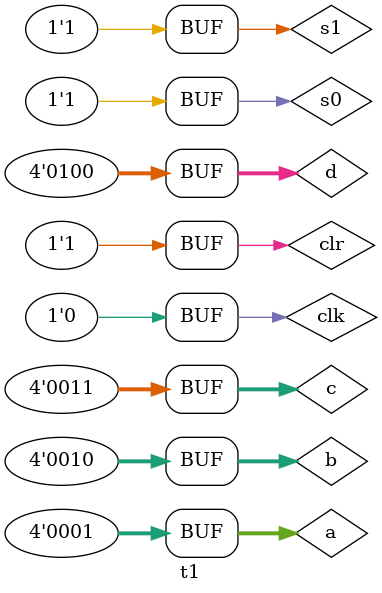
<source format=v>
`timescale 1ns / 1ps


module t1;

	// Inputs
	reg s0;
	reg s1;
	reg [3:0] a;
	reg [3:0] b;
	reg [3:0] c;
	reg [3:0] d;
	reg clr;
	reg clk;

	// Outputs
	wire o0;
	wire o1;
	wire o2;
	wire o3;

	// Instantiate the Unit Under Test (UUT)
	Bus uut (
		.s0(s0), 
		.s1(s1), 
		.a(a), 
		.b(b), 
		.c(c), 
		.d(d), 
		.clr(clr), 
		.clk(clk), 
		.o0(o0), 
		.o1(o1), 
		.o2(o2), 
		.o3(o3)
	);


initial repeat (10) #5 clk=~clk;
	initial begin
		// Initialize Inputs
		s0 = 1;
		s1 = 1;
		a = 1;
		b = 2;
		c = 3;
		d = 4;
		clr = 1;
		clk = 0;

		// Wait 100 ns for global reset to finish
		#100;
        
		// Add stimulus here

	end
		
	
      
endmodule


</source>
